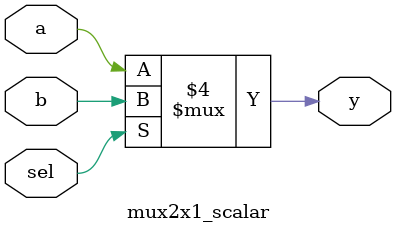
<source format=v>


`timescale 1ns/10ps

module mux2x1_scalar (
    y,
    a,
    b,
    sel
);
// Multiplexer
// 
// y -- scalar data output
// a, b -- scalar data inputs
// sel -- control input: select a if asserted, otherwise b

output y;
reg y;
input a;
input b;
input sel;




always @(b, a, sel) begin: MUX2X1_SCALAR_COMB
    if ((sel == 1)) begin
        y = b;
    end
    else begin
        y = a;
    end
end

endmodule

</source>
